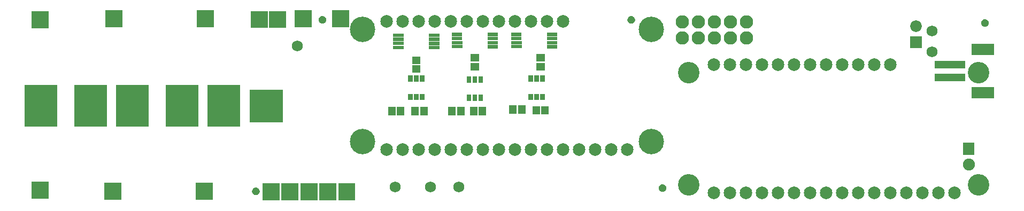
<source format=gts>
G04 Layer: TopSolderMaskLayer*
G04 EasyEDA v6.4.19.5, 2021-06-29T13:46:12+12:00*
G04 3cc3b40c68de4bce97ec9925422c83c7,12af84a47dbc45c89479b689871b34a7,10*
G04 Gerber Generator version 0.2*
G04 Scale: 100 percent, Rotated: No, Reflected: No *
G04 Dimensions in millimeters *
G04 leading zeros omitted , absolute positions ,4 integer and 5 decimal *
%FSLAX45Y45*%
%MOMM*%

%ADD45C,1.7272*%
%ADD48C,1.8351*%
%ADD49C,4.0259*%
%ADD50C,1.9939*%
%ADD53R,1.6532X0.5532*%
%ADD58C,1.9032*%
%ADD59C,2.1082*%
%ADD60C,3.4032*%

%LPD*%
G36*
X5448Y-1834134D02*
G01*
X5448Y-1173734D01*
X525894Y-1173734D01*
X525894Y-1834134D01*
G37*
G36*
X1453248Y-1832863D02*
G01*
X1453248Y-1172463D01*
X1973694Y-1172463D01*
X1973694Y-1832863D01*
G37*
G36*
X792848Y-1832863D02*
G01*
X792848Y-1172463D01*
X1313294Y-1172463D01*
X1313294Y-1832863D01*
G37*
G36*
X2240648Y-1832863D02*
G01*
X2240648Y-1172463D01*
X2761094Y-1172463D01*
X2761094Y-1832863D01*
G37*
G36*
X2901048Y-1832863D02*
G01*
X2901048Y-1172463D01*
X3421494Y-1172463D01*
X3421494Y-1832863D01*
G37*
G36*
X3575418Y-1768094D02*
G01*
X3575418Y-1247902D01*
X4095610Y-1247902D01*
X4095610Y-1768094D01*
G37*
G36*
X10109060Y-2866897D02*
G01*
X10101948Y-2866389D01*
X10094836Y-2865120D01*
X10087724Y-2863087D01*
X10081120Y-2860039D01*
X10075024Y-2856229D01*
X10069182Y-2851657D01*
X10064102Y-2846578D01*
X10059530Y-2840989D01*
X10055974Y-2834639D01*
X10052926Y-2828036D01*
X10050640Y-2821178D01*
X10049370Y-2814065D01*
X10048862Y-2806700D01*
X10049370Y-2799334D01*
X10050640Y-2792221D01*
X10052926Y-2785363D01*
X10055974Y-2778760D01*
X10059530Y-2772410D01*
X10064102Y-2766821D01*
X10069182Y-2761742D01*
X10075024Y-2757170D01*
X10081120Y-2753360D01*
X10087724Y-2750565D01*
X10094836Y-2748279D01*
X10101948Y-2747010D01*
X10109060Y-2746502D01*
X10116426Y-2747010D01*
X10123538Y-2748279D01*
X10130396Y-2750565D01*
X10137254Y-2753360D01*
X10143350Y-2757170D01*
X10149192Y-2761742D01*
X10154272Y-2766821D01*
X10158590Y-2772410D01*
X10162400Y-2778760D01*
X10165448Y-2785363D01*
X10167480Y-2792221D01*
X10169004Y-2799334D01*
X10169258Y-2806700D01*
X10169004Y-2814065D01*
X10167480Y-2821178D01*
X10165448Y-2828036D01*
X10162400Y-2834639D01*
X10158590Y-2840989D01*
X10154272Y-2846578D01*
X10149192Y-2851657D01*
X10143350Y-2856229D01*
X10137254Y-2860039D01*
X10130396Y-2863087D01*
X10123538Y-2865120D01*
X10116426Y-2866389D01*
G37*
G36*
X4724514Y-199897D02*
G01*
X4717148Y-199389D01*
X4710036Y-198120D01*
X4703178Y-196087D01*
X4696320Y-193039D01*
X4690224Y-189229D01*
X4684382Y-184657D01*
X4679302Y-179578D01*
X4674984Y-173989D01*
X4671174Y-167639D01*
X4668126Y-161036D01*
X4665840Y-154178D01*
X4664570Y-147065D01*
X4664316Y-139700D01*
X4664570Y-132334D01*
X4665840Y-125221D01*
X4668126Y-118363D01*
X4671174Y-111760D01*
X4674984Y-105410D01*
X4679302Y-99821D01*
X4684382Y-94742D01*
X4690224Y-90170D01*
X4696320Y-86360D01*
X4703178Y-83565D01*
X4710036Y-81279D01*
X4717148Y-80010D01*
X4724514Y-79502D01*
X4731626Y-80010D01*
X4738738Y-81279D01*
X4745596Y-83565D01*
X4752454Y-86360D01*
X4758550Y-90170D01*
X4764392Y-94742D01*
X4769472Y-99821D01*
X4773790Y-105410D01*
X4777600Y-111760D01*
X4780648Y-118363D01*
X4782934Y-125221D01*
X4784204Y-132334D01*
X4784458Y-139700D01*
X4784204Y-147065D01*
X4782934Y-154178D01*
X4780648Y-161036D01*
X4777600Y-167639D01*
X4773790Y-173989D01*
X4769472Y-179578D01*
X4764392Y-184657D01*
X4758550Y-189229D01*
X4752454Y-193039D01*
X4745596Y-196087D01*
X4738738Y-198120D01*
X4731626Y-199389D01*
G37*
G36*
X15214714Y-250697D02*
G01*
X15207348Y-250189D01*
X15200236Y-248920D01*
X15193378Y-246887D01*
X15186520Y-243839D01*
X15180424Y-240029D01*
X15174582Y-235457D01*
X15169502Y-230378D01*
X15165184Y-224789D01*
X15161374Y-218439D01*
X15158326Y-211836D01*
X15156040Y-204978D01*
X15154770Y-197865D01*
X15154516Y-190500D01*
X15154770Y-183134D01*
X15156040Y-176021D01*
X15158326Y-169163D01*
X15161374Y-162560D01*
X15165184Y-156210D01*
X15169502Y-150621D01*
X15174582Y-145542D01*
X15180424Y-140970D01*
X15186520Y-137160D01*
X15193378Y-134365D01*
X15200236Y-132079D01*
X15207348Y-130810D01*
X15214714Y-130302D01*
X15221826Y-130810D01*
X15228938Y-132079D01*
X15235796Y-134365D01*
X15242654Y-137160D01*
X15248750Y-140970D01*
X15254592Y-145542D01*
X15259672Y-150621D01*
X15263990Y-156210D01*
X15267800Y-162560D01*
X15270848Y-169163D01*
X15273134Y-176021D01*
X15274404Y-183134D01*
X15274658Y-190500D01*
X15274404Y-197865D01*
X15273134Y-204978D01*
X15270848Y-211836D01*
X15267800Y-218439D01*
X15263990Y-224789D01*
X15259672Y-230378D01*
X15254592Y-235457D01*
X15248750Y-240029D01*
X15242654Y-243839D01*
X15235796Y-246887D01*
X15228938Y-248920D01*
X15221826Y-250189D01*
G37*
G36*
X3670414Y-2917697D02*
G01*
X3663048Y-2917189D01*
X3655936Y-2915920D01*
X3649078Y-2913887D01*
X3642220Y-2910839D01*
X3636124Y-2907029D01*
X3630282Y-2902457D01*
X3625202Y-2897378D01*
X3620884Y-2891789D01*
X3617074Y-2885439D01*
X3614026Y-2878836D01*
X3611740Y-2871978D01*
X3610470Y-2864865D01*
X3610216Y-2857500D01*
X3610470Y-2850134D01*
X3611740Y-2843021D01*
X3614026Y-2836163D01*
X3617074Y-2829560D01*
X3620884Y-2823210D01*
X3625202Y-2817621D01*
X3630282Y-2812542D01*
X3636124Y-2807970D01*
X3642220Y-2804160D01*
X3649078Y-2801365D01*
X3655936Y-2799079D01*
X3663048Y-2797810D01*
X3670414Y-2797302D01*
X3677526Y-2797810D01*
X3684638Y-2799079D01*
X3691496Y-2801365D01*
X3698354Y-2804160D01*
X3704450Y-2807970D01*
X3710292Y-2812542D01*
X3715372Y-2817621D01*
X3719690Y-2823210D01*
X3723500Y-2829560D01*
X3726548Y-2836163D01*
X3728834Y-2843021D01*
X3730104Y-2850134D01*
X3730358Y-2857500D01*
X3730104Y-2864865D01*
X3728834Y-2871978D01*
X3726548Y-2878836D01*
X3723500Y-2885439D01*
X3719690Y-2891789D01*
X3715372Y-2897378D01*
X3710292Y-2902457D01*
X3704450Y-2907029D01*
X3698354Y-2910839D01*
X3691496Y-2913887D01*
X3684638Y-2915920D01*
X3677526Y-2917189D01*
G37*
G36*
X9613760Y-199897D02*
G01*
X9606648Y-199389D01*
X9599536Y-198120D01*
X9592424Y-196087D01*
X9585820Y-193039D01*
X9579724Y-189229D01*
X9573882Y-184657D01*
X9568802Y-179578D01*
X9564230Y-173989D01*
X9560674Y-167639D01*
X9557626Y-161036D01*
X9555340Y-154178D01*
X9554070Y-147065D01*
X9553562Y-139700D01*
X9554070Y-132334D01*
X9555340Y-125221D01*
X9557626Y-118363D01*
X9560674Y-111760D01*
X9564230Y-105410D01*
X9568802Y-99821D01*
X9573882Y-94742D01*
X9579724Y-90170D01*
X9585820Y-86360D01*
X9592424Y-83565D01*
X9599536Y-81279D01*
X9606648Y-80010D01*
X9613760Y-79502D01*
X9621126Y-80010D01*
X9628238Y-81279D01*
X9635096Y-83565D01*
X9641700Y-86360D01*
X9648050Y-90170D01*
X9653638Y-94742D01*
X9658972Y-99821D01*
X9663290Y-105410D01*
X9667100Y-111760D01*
X9670148Y-118363D01*
X9672180Y-125221D01*
X9673704Y-132334D01*
X9673958Y-139700D01*
X9673704Y-147065D01*
X9672180Y-154178D01*
X9670148Y-161036D01*
X9667100Y-167639D01*
X9663290Y-173989D01*
X9658972Y-179578D01*
X9653638Y-184657D01*
X9648050Y-189229D01*
X9641954Y-193039D01*
X9635096Y-196087D01*
X9628238Y-198120D01*
X9621126Y-199389D01*
G37*
D45*
G01*
X6438912Y-2794000D03*
G36*
X118732Y-2979928D02*
G01*
X118732Y-2709671D01*
X389242Y-2709671D01*
X389242Y-2979928D01*
G37*
G36*
X1287132Y-262128D02*
G01*
X1287132Y8128D01*
X1557642Y8128D01*
X1557642Y-262128D01*
G37*
G36*
X1274432Y-2992628D02*
G01*
X1274432Y-2722371D01*
X1544942Y-2722371D01*
X1544942Y-2992628D01*
G37*
G36*
X2722232Y-2992628D02*
G01*
X2722232Y-2722371D01*
X2992742Y-2722371D01*
X2992742Y-2992628D01*
G37*
G36*
X2734932Y-262128D02*
G01*
X2734932Y8128D01*
X3005442Y8128D01*
X3005442Y-262128D01*
G37*
G36*
X3774808Y-3005073D02*
G01*
X3774808Y-2734818D01*
X4045064Y-2734818D01*
X4045064Y-3005073D01*
G37*
G36*
X4374756Y-3005073D02*
G01*
X4374756Y-2734818D01*
X4645266Y-2734818D01*
X4645266Y-3005073D01*
G37*
G36*
X4974958Y-3005073D02*
G01*
X4974958Y-2734818D01*
X5245214Y-2734818D01*
X5245214Y-3005073D01*
G37*
G36*
X4281284Y-262128D02*
G01*
X4281284Y8128D01*
X4551540Y8128D01*
X4551540Y-262128D01*
G37*
G36*
X4881232Y-262128D02*
G01*
X4881232Y8128D01*
X5151742Y8128D01*
X5151742Y-262128D01*
G37*
G36*
X3586848Y-270763D02*
G01*
X3586848Y-507D01*
X3857358Y-507D01*
X3857358Y-270763D01*
G37*
G36*
X3878948Y-270763D02*
G01*
X3878948Y-507D01*
X4149458Y-507D01*
X4149458Y-270763D01*
G37*
G36*
X4075798Y-3003042D02*
G01*
X4075798Y-2732786D01*
X4346054Y-2732786D01*
X4346054Y-3003042D01*
G37*
G36*
X4672698Y-3003042D02*
G01*
X4672698Y-2732786D01*
X4942954Y-2732786D01*
X4942954Y-3003042D01*
G37*
G36*
X118732Y-274828D02*
G01*
X118732Y-4571D01*
X389242Y-4571D01*
X389242Y-274828D01*
G37*
G01*
X6883412Y-2794000D03*
G36*
X14030312Y-586994D02*
G01*
X14030312Y-403605D01*
X14213700Y-403605D01*
X14213700Y-586994D01*
G37*
D48*
G01*
X14122006Y-241300D03*
D49*
G01*
X5359412Y-2070100D03*
G01*
X5359412Y-292100D03*
G01*
X9931412Y-292100D03*
G01*
X9931412Y-2070100D03*
D50*
G01*
X8534412Y-165100D03*
G01*
X8280412Y-165100D03*
G01*
X8026412Y-165100D03*
G01*
X7772412Y-165100D03*
G01*
X7518412Y-165100D03*
G01*
X7264412Y-165100D03*
G01*
X7010412Y-165100D03*
G01*
X6756412Y-165100D03*
G01*
X6502412Y-165100D03*
G01*
X6248412Y-165100D03*
G01*
X5994412Y-165100D03*
G01*
X5740412Y-165100D03*
G01*
X8534412Y-2197100D03*
G01*
X8280412Y-2197100D03*
G01*
X8026412Y-2197100D03*
G01*
X7772412Y-2197100D03*
G01*
X7518412Y-2197100D03*
G01*
X7264412Y-2197100D03*
G01*
X7010412Y-2197100D03*
G01*
X6756412Y-2197100D03*
G01*
X6502412Y-2197100D03*
G01*
X6248412Y-2197100D03*
G01*
X5994412Y-2197100D03*
G01*
X5740412Y-2197100D03*
G01*
X8788412Y-2197100D03*
G01*
X9042412Y-2197100D03*
G01*
X9296412Y-2197100D03*
G01*
X9550412Y-2197100D03*
G36*
X7197966Y-1652778D02*
G01*
X7197966Y-1522221D01*
X7318362Y-1522221D01*
X7318362Y-1652778D01*
G37*
G36*
X7058012Y-1652778D02*
G01*
X7058012Y-1522221D01*
X7178408Y-1522221D01*
X7178408Y-1652778D01*
G37*
G36*
X8188566Y-1640078D02*
G01*
X8188566Y-1509521D01*
X8308962Y-1509521D01*
X8308962Y-1640078D01*
G37*
G36*
X8048612Y-1640078D02*
G01*
X8048612Y-1509521D01*
X8169008Y-1509521D01*
X8169008Y-1640078D01*
G37*
G36*
X7007720Y-1426971D02*
G01*
X7007720Y-1326642D01*
X7079094Y-1326642D01*
X7079094Y-1426971D01*
G37*
G36*
X7101700Y-1426971D02*
G01*
X7101700Y-1326642D01*
X7173074Y-1326642D01*
X7173074Y-1426971D01*
G37*
G36*
X7195680Y-1426971D02*
G01*
X7195680Y-1326642D01*
X7267054Y-1326642D01*
X7267054Y-1426971D01*
G37*
G36*
X7195680Y-1137412D02*
G01*
X7195680Y-1037081D01*
X7267054Y-1037081D01*
X7267054Y-1137412D01*
G37*
G36*
X7101700Y-1137412D02*
G01*
X7101700Y-1037081D01*
X7173074Y-1037081D01*
X7173074Y-1137412D01*
G37*
G36*
X7007720Y-1137412D02*
G01*
X7007720Y-1037081D01*
X7079094Y-1037081D01*
X7079094Y-1137412D01*
G37*
G36*
X6772262Y-400050D02*
G01*
X6772262Y-344678D01*
X6937616Y-344678D01*
X6937616Y-400050D01*
G37*
G36*
X6772262Y-465073D02*
G01*
X6772262Y-409702D01*
X6937616Y-409702D01*
X6937616Y-465073D01*
G37*
D53*
G01*
X6854913Y-502386D03*
G01*
X6854913Y-567410D03*
G36*
X7337158Y-595121D02*
G01*
X7337158Y-539750D01*
X7502512Y-539750D01*
X7502512Y-595121D01*
G37*
G36*
X7337158Y-530097D02*
G01*
X7337158Y-474726D01*
X7502512Y-474726D01*
X7502512Y-530097D01*
G37*
G36*
X7337158Y-465073D02*
G01*
X7337158Y-409702D01*
X7502512Y-409702D01*
X7502512Y-465073D01*
G37*
G36*
X7337158Y-400050D02*
G01*
X7337158Y-344678D01*
X7502512Y-344678D01*
X7502512Y-400050D01*
G37*
G36*
X7985620Y-1414271D02*
G01*
X7985620Y-1313942D01*
X8056994Y-1313942D01*
X8056994Y-1414271D01*
G37*
G36*
X8079600Y-1414271D02*
G01*
X8079600Y-1313942D01*
X8150974Y-1313942D01*
X8150974Y-1414271D01*
G37*
G36*
X8173580Y-1414271D02*
G01*
X8173580Y-1313942D01*
X8244954Y-1313942D01*
X8244954Y-1414271D01*
G37*
G36*
X8173580Y-1124712D02*
G01*
X8173580Y-1024381D01*
X8244954Y-1024381D01*
X8244954Y-1124712D01*
G37*
G36*
X8079600Y-1124712D02*
G01*
X8079600Y-1024381D01*
X8150974Y-1024381D01*
X8150974Y-1124712D01*
G37*
G36*
X7985620Y-1124712D02*
G01*
X7985620Y-1024381D01*
X8056994Y-1024381D01*
X8056994Y-1124712D01*
G37*
G36*
X7712062Y-400050D02*
G01*
X7712062Y-344678D01*
X7877416Y-344678D01*
X7877416Y-400050D01*
G37*
G36*
X7712062Y-465073D02*
G01*
X7712062Y-409702D01*
X7877416Y-409702D01*
X7877416Y-465073D01*
G37*
G01*
X7794713Y-502386D03*
G01*
X7794713Y-567410D03*
G36*
X8276958Y-595121D02*
G01*
X8276958Y-539750D01*
X8442312Y-539750D01*
X8442312Y-595121D01*
G37*
G36*
X8276958Y-530097D02*
G01*
X8276958Y-474726D01*
X8442312Y-474726D01*
X8442312Y-530097D01*
G37*
G36*
X8276958Y-465073D02*
G01*
X8276958Y-409702D01*
X8442312Y-409702D01*
X8442312Y-465073D01*
G37*
G36*
X8276958Y-400050D02*
G01*
X8276958Y-344678D01*
X8442312Y-344678D01*
X8442312Y-400050D01*
G37*
G36*
X6855066Y-1652778D02*
G01*
X6855066Y-1522221D01*
X6975462Y-1522221D01*
X6975462Y-1652778D01*
G37*
G36*
X6715112Y-1652778D02*
G01*
X6715112Y-1522221D01*
X6835508Y-1522221D01*
X6835508Y-1652778D01*
G37*
G36*
X7072236Y-802894D02*
G01*
X7072236Y-682752D01*
X7202538Y-682752D01*
X7202538Y-802894D01*
G37*
G36*
X7072236Y-942847D02*
G01*
X7072236Y-822705D01*
X7202538Y-822705D01*
X7202538Y-942847D01*
G37*
G36*
X7820266Y-1627378D02*
G01*
X7820266Y-1496821D01*
X7940662Y-1496821D01*
X7940662Y-1627378D01*
G37*
G36*
X7680312Y-1627378D02*
G01*
X7680312Y-1496821D01*
X7800708Y-1496821D01*
X7800708Y-1627378D01*
G37*
G36*
X8113636Y-802894D02*
G01*
X8113636Y-682752D01*
X8243938Y-682752D01*
X8243938Y-802894D01*
G37*
G36*
X8113636Y-942847D02*
G01*
X8113636Y-822705D01*
X8243938Y-822705D01*
X8243938Y-942847D01*
G37*
D45*
G01*
X14376412Y-317500D03*
G01*
X14376412Y-647700D03*
G01*
X5880112Y-2794000D03*
G01*
X4330712Y-558800D03*
G36*
X14421980Y-913637D02*
G01*
X14421980Y-793242D01*
X14902294Y-793242D01*
X14902294Y-913637D01*
G37*
G36*
X14421980Y-1111757D02*
G01*
X14421980Y-991362D01*
X14902294Y-991362D01*
X14902294Y-1111757D01*
G37*
G36*
X15002624Y-702310D02*
G01*
X15002624Y-521970D01*
X15363050Y-521970D01*
X15363050Y-702310D01*
G37*
G36*
X15002624Y-1383029D02*
G01*
X15002624Y-1202689D01*
X15363050Y-1202689D01*
X15363050Y-1383029D01*
G37*
G36*
X14871814Y-2279650D02*
G01*
X14871814Y-2089150D01*
X15049614Y-2089150D01*
X15049614Y-2279650D01*
G37*
D58*
G01*
X14960612Y-2438400D03*
G36*
X6080620Y-1414271D02*
G01*
X6080620Y-1313942D01*
X6151994Y-1313942D01*
X6151994Y-1414271D01*
G37*
G36*
X6174600Y-1414271D02*
G01*
X6174600Y-1313942D01*
X6245974Y-1313942D01*
X6245974Y-1414271D01*
G37*
G36*
X6268580Y-1414271D02*
G01*
X6268580Y-1313942D01*
X6339954Y-1313942D01*
X6339954Y-1414271D01*
G37*
G36*
X6268580Y-1124712D02*
G01*
X6268580Y-1024381D01*
X6339954Y-1024381D01*
X6339954Y-1124712D01*
G37*
G36*
X6174600Y-1124712D02*
G01*
X6174600Y-1024381D01*
X6245974Y-1024381D01*
X6245974Y-1124712D01*
G37*
G36*
X6080620Y-1124712D02*
G01*
X6080620Y-1024381D01*
X6151994Y-1024381D01*
X6151994Y-1124712D01*
G37*
D59*
G01*
X10426712Y-431774D03*
G01*
X10426712Y-177774D03*
G01*
X10680712Y-431774D03*
G01*
X10680712Y-177774D03*
G01*
X10934712Y-431774D03*
G01*
X10934712Y-177774D03*
G01*
X11188712Y-431774D03*
G01*
X11188712Y-177774D03*
G01*
X11442712Y-431774D03*
G01*
X11442712Y-177774D03*
G36*
X6270866Y-1652778D02*
G01*
X6270866Y-1522221D01*
X6391262Y-1522221D01*
X6391262Y-1652778D01*
G37*
G36*
X6130912Y-1652778D02*
G01*
X6130912Y-1522221D01*
X6251308Y-1522221D01*
X6251308Y-1652778D01*
G37*
G36*
X5902566Y-1652778D02*
G01*
X5902566Y-1522221D01*
X6022962Y-1522221D01*
X6022962Y-1652778D01*
G37*
G36*
X5762612Y-1652778D02*
G01*
X5762612Y-1522221D01*
X5883008Y-1522221D01*
X5883008Y-1652778D01*
G37*
G36*
X6145136Y-840994D02*
G01*
X6145136Y-720852D01*
X6275438Y-720852D01*
X6275438Y-840994D01*
G37*
G36*
X6145136Y-980947D02*
G01*
X6145136Y-860805D01*
X6275438Y-860805D01*
X6275438Y-980947D01*
G37*
G36*
X5845162Y-412750D02*
G01*
X5845162Y-357378D01*
X6010516Y-357378D01*
X6010516Y-412750D01*
G37*
G36*
X5845162Y-477773D02*
G01*
X5845162Y-422402D01*
X6010516Y-422402D01*
X6010516Y-477773D01*
G37*
D53*
G01*
X5927813Y-515086D03*
G01*
X5927813Y-580110D03*
G36*
X6410058Y-607821D02*
G01*
X6410058Y-552450D01*
X6575412Y-552450D01*
X6575412Y-607821D01*
G37*
G36*
X6410058Y-542797D02*
G01*
X6410058Y-487426D01*
X6575412Y-487426D01*
X6575412Y-542797D01*
G37*
G36*
X6410058Y-477773D02*
G01*
X6410058Y-422402D01*
X6575412Y-422402D01*
X6575412Y-477773D01*
G37*
G36*
X6410058Y-412750D02*
G01*
X6410058Y-357378D01*
X6575412Y-357378D01*
X6575412Y-412750D01*
G37*
D60*
G01*
X15113012Y-2755900D03*
G01*
X15113012Y-977900D03*
G01*
X10528312Y-2755900D03*
G01*
X10528312Y-977900D03*
D50*
G01*
X12446012Y-2882900D03*
G01*
X12700012Y-2882900D03*
G01*
X14732012Y-2882900D03*
G01*
X14478012Y-2882900D03*
G01*
X14224012Y-2882900D03*
G01*
X13970012Y-2882900D03*
G01*
X10922012Y-2882900D03*
G01*
X11176012Y-2882900D03*
G01*
X11430012Y-2882900D03*
G01*
X11684012Y-2882900D03*
G01*
X11938012Y-2882900D03*
G01*
X12192012Y-2882900D03*
G01*
X12954012Y-2882900D03*
G01*
X13208012Y-2882900D03*
G01*
X13462012Y-2882900D03*
G01*
X13716012Y-2882900D03*
G01*
X10922012Y-850900D03*
G01*
X11176012Y-850900D03*
G01*
X11430012Y-850900D03*
G01*
X11684012Y-850900D03*
G01*
X11938012Y-850900D03*
G01*
X12192012Y-850900D03*
G01*
X12446012Y-850900D03*
G01*
X12700012Y-850900D03*
G01*
X12954012Y-850900D03*
G01*
X13208012Y-850900D03*
G01*
X13462012Y-850900D03*
G01*
X13716012Y-850900D03*
M02*

</source>
